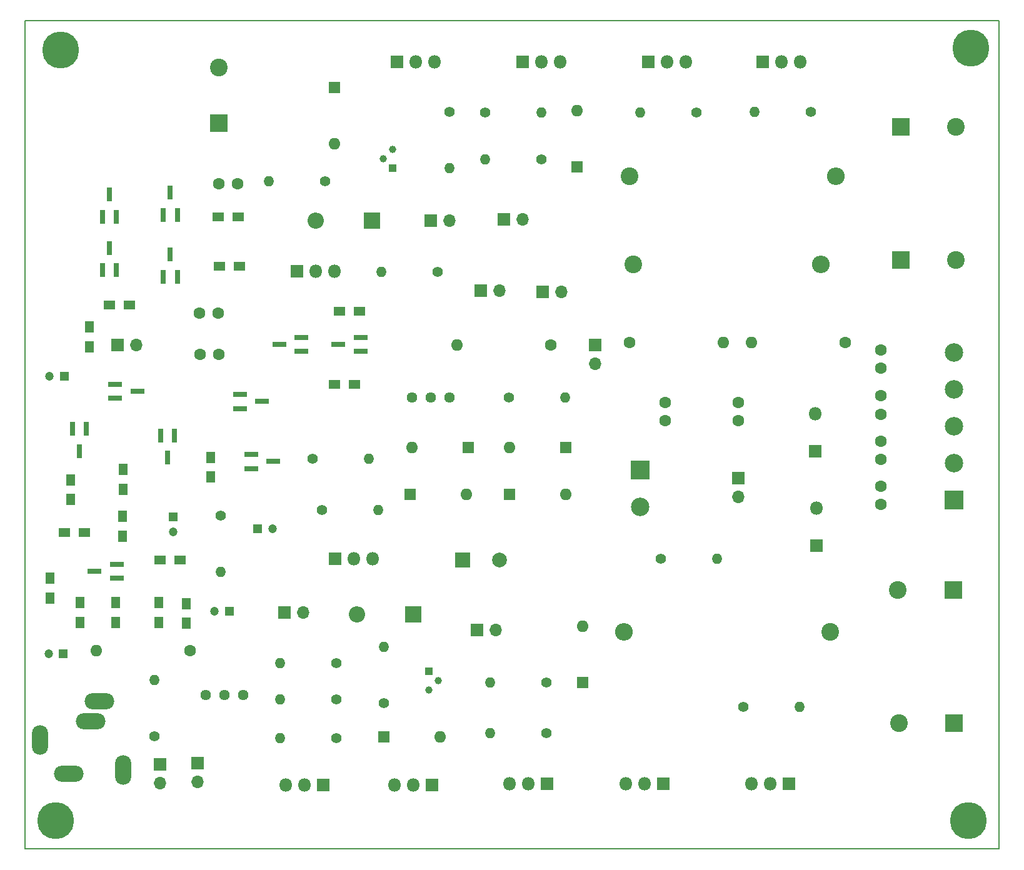
<source format=gbr>
G04 #@! TF.FileFunction,Copper,L1,Top,Mixed*
%FSLAX46Y46*%
G04 Gerber Fmt 4.6, Leading zero omitted, Abs format (unit mm)*
G04 Created by KiCad (PCBNEW 4.0.7) date 06/25/19 11:17:45*
%MOMM*%
%LPD*%
G01*
G04 APERTURE LIST*
%ADD10C,0.100000*%
%ADD11C,0.150000*%
%ADD12R,1.200000X1.200000*%
%ADD13C,1.200000*%
%ADD14C,1.600000*%
%ADD15R,2.000000X2.000000*%
%ADD16C,2.000000*%
%ADD17R,2.400000X2.400000*%
%ADD18C,2.400000*%
%ADD19R,1.600000X1.600000*%
%ADD20O,1.600000X1.600000*%
%ADD21R,2.200000X2.200000*%
%ADD22O,2.200000X2.200000*%
%ADD23R,1.800000X1.800000*%
%ADD24O,1.800000X1.800000*%
%ADD25R,1.700000X1.700000*%
%ADD26O,1.700000X1.700000*%
%ADD27R,2.500000X2.500000*%
%ADD28C,2.500000*%
%ADD29C,1.440000*%
%ADD30R,1.900000X0.800000*%
%ADD31R,0.800000X1.900000*%
%ADD32C,1.000000*%
%ADD33R,1.000000X1.000000*%
%ADD34C,1.400000*%
%ADD35O,1.400000X1.400000*%
%ADD36R,1.300000X1.500000*%
%ADD37R,1.500000X1.300000*%
%ADD38O,4.000000X2.200000*%
%ADD39O,2.200000X4.000000*%
%ADD40O,2.400000X2.400000*%
%ADD41C,5.000000*%
G04 APERTURE END LIST*
D10*
D11*
X54864000Y-27432000D02*
X186817000Y-27432000D01*
X54864000Y-139573000D02*
X54864000Y-27432000D01*
X56007000Y-139573000D02*
X54864000Y-139573000D01*
X186817000Y-139573000D02*
X56007000Y-139573000D01*
X186817000Y-27432000D02*
X186817000Y-139573000D01*
D12*
X60071000Y-113157000D03*
D13*
X58071000Y-113157000D03*
D14*
X78613000Y-72644000D03*
X81113000Y-72644000D03*
D12*
X60198000Y-75565000D03*
D13*
X58198000Y-75565000D03*
D12*
X74930000Y-94615000D03*
D13*
X74930000Y-96615000D03*
D12*
X86360000Y-96266000D03*
D13*
X88360000Y-96266000D03*
D14*
X170815000Y-92964000D03*
X170815000Y-90464000D03*
X81153000Y-49530000D03*
X83653000Y-49530000D03*
D15*
X114173000Y-100457000D03*
D16*
X119173000Y-100457000D03*
D14*
X81026000Y-67056000D03*
X78526000Y-67056000D03*
D17*
X81153000Y-41275000D03*
D18*
X81153000Y-33775000D03*
D14*
X170815000Y-72009000D03*
X170815000Y-74509000D03*
D12*
X82550000Y-107442000D03*
D13*
X80550000Y-107442000D03*
D17*
X180594000Y-104521000D03*
D18*
X173094000Y-104521000D03*
D17*
X173482000Y-59817000D03*
D18*
X180982000Y-59817000D03*
D14*
X141605000Y-79121000D03*
X141605000Y-81621000D03*
D17*
X180721000Y-122555000D03*
D18*
X173221000Y-122555000D03*
D17*
X173482000Y-41783000D03*
D18*
X180982000Y-41783000D03*
D14*
X151511000Y-79121000D03*
X151511000Y-81621000D03*
X170815000Y-86868000D03*
X170815000Y-84368000D03*
X170815000Y-78232000D03*
X170815000Y-80732000D03*
D19*
X114935000Y-85217000D03*
D20*
X107315000Y-85217000D03*
D19*
X128143000Y-85217000D03*
D20*
X120523000Y-85217000D03*
D19*
X107061000Y-91567000D03*
D20*
X114681000Y-91567000D03*
D19*
X120523000Y-91567000D03*
D20*
X128143000Y-91567000D03*
D21*
X107442000Y-107823000D03*
D22*
X99822000Y-107823000D03*
D21*
X101854000Y-54483000D03*
D22*
X94234000Y-54483000D03*
D19*
X129667000Y-47244000D03*
D20*
X129667000Y-39624000D03*
D19*
X130429000Y-117094000D03*
D20*
X130429000Y-109474000D03*
D23*
X162052000Y-98552000D03*
D24*
X162052000Y-93472000D03*
D23*
X161925000Y-85725000D03*
D24*
X161925000Y-80645000D03*
D19*
X103505000Y-124460000D03*
D20*
X111125000Y-124460000D03*
D19*
X96774000Y-36449000D03*
D20*
X96774000Y-44069000D03*
D25*
X78232000Y-128016000D03*
D26*
X78232000Y-130556000D03*
D27*
X138176000Y-88265000D03*
D28*
X138176000Y-93265000D03*
X180721000Y-72329000D03*
X180721000Y-77329000D03*
X180721000Y-82329000D03*
D27*
X180721000Y-92329000D03*
D28*
X180721000Y-87329000D03*
D25*
X73152000Y-128143000D03*
D26*
X73152000Y-130683000D03*
D25*
X67437000Y-71374000D03*
D26*
X69977000Y-71374000D03*
D25*
X132080000Y-71374000D03*
D26*
X132080000Y-73914000D03*
D25*
X90043000Y-107569000D03*
D26*
X92583000Y-107569000D03*
D29*
X79375000Y-118745000D03*
X81915000Y-118745000D03*
X84455000Y-118745000D03*
X112395000Y-78486000D03*
X109855000Y-78486000D03*
X107315000Y-78486000D03*
D30*
X83971000Y-78044000D03*
X83971000Y-79944000D03*
X86971000Y-78994000D03*
X67080000Y-76647000D03*
X67080000Y-78547000D03*
X70080000Y-77597000D03*
D31*
X73599000Y-62079000D03*
X75499000Y-62079000D03*
X74549000Y-59079000D03*
X73599000Y-53697000D03*
X75499000Y-53697000D03*
X74549000Y-50697000D03*
D30*
X67286000Y-102931000D03*
X67286000Y-101031000D03*
X64286000Y-101981000D03*
X85495000Y-86172000D03*
X85495000Y-88072000D03*
X88495000Y-87122000D03*
X100306000Y-72197000D03*
X100306000Y-70297000D03*
X97306000Y-71247000D03*
X92305000Y-72197000D03*
X92305000Y-70297000D03*
X89305000Y-71247000D03*
D23*
X158369000Y-130810000D03*
D24*
X155829000Y-130810000D03*
X153289000Y-130810000D03*
D23*
X141351000Y-130810000D03*
D24*
X138811000Y-130810000D03*
X136271000Y-130810000D03*
D23*
X154813000Y-33020000D03*
D24*
X157353000Y-33020000D03*
X159893000Y-33020000D03*
D23*
X139319000Y-33020000D03*
D24*
X141859000Y-33020000D03*
X144399000Y-33020000D03*
D31*
X65344000Y-61190000D03*
X67244000Y-61190000D03*
X66294000Y-58190000D03*
X65344000Y-53951000D03*
X67244000Y-53951000D03*
X66294000Y-50951000D03*
X75118000Y-83590000D03*
X73218000Y-83590000D03*
X74168000Y-86590000D03*
X63180000Y-82701000D03*
X61280000Y-82701000D03*
X62230000Y-85701000D03*
D32*
X110871000Y-116840000D03*
X109601000Y-118110000D03*
D33*
X109601000Y-115570000D03*
D32*
X103378000Y-46101000D03*
X104648000Y-44831000D03*
D33*
X104648000Y-47371000D03*
D34*
X72390000Y-124333000D03*
D35*
X72390000Y-116713000D03*
D14*
X77216000Y-112776000D03*
D20*
X64516000Y-112776000D03*
D36*
X68199000Y-90885000D03*
X68199000Y-88185000D03*
D37*
X81200000Y-60706000D03*
X83900000Y-60706000D03*
D36*
X61087000Y-92282000D03*
X61087000Y-89582000D03*
D37*
X81073000Y-53975000D03*
X83773000Y-53975000D03*
D36*
X58293000Y-102917000D03*
X58293000Y-105617000D03*
X68072000Y-94535000D03*
X68072000Y-97235000D03*
D37*
X62945000Y-96774000D03*
X60245000Y-96774000D03*
X75899000Y-100457000D03*
X73199000Y-100457000D03*
D34*
X93853000Y-86741000D03*
D35*
X101473000Y-86741000D03*
D34*
X95123000Y-93726000D03*
D35*
X102743000Y-93726000D03*
D34*
X120396000Y-78486000D03*
D35*
X128016000Y-78486000D03*
D14*
X126111000Y-71374000D03*
D20*
X113411000Y-71374000D03*
D36*
X80010000Y-89234000D03*
X80010000Y-86534000D03*
D34*
X81407000Y-94488000D03*
D35*
X81407000Y-102108000D03*
D14*
X136779000Y-70993000D03*
D20*
X149479000Y-70993000D03*
D34*
X140970000Y-100330000D03*
D35*
X148590000Y-100330000D03*
D34*
X97028000Y-119380000D03*
D35*
X89408000Y-119380000D03*
D34*
X97028000Y-124587000D03*
D35*
X89408000Y-124587000D03*
D34*
X97028000Y-114427000D03*
D35*
X89408000Y-114427000D03*
D37*
X96821000Y-76708000D03*
X99521000Y-76708000D03*
X97456000Y-66802000D03*
X100156000Y-66802000D03*
D34*
X110744000Y-61468000D03*
D35*
X103124000Y-61468000D03*
D34*
X95504000Y-49149000D03*
D35*
X87884000Y-49149000D03*
D34*
X103505000Y-119888000D03*
D35*
X103505000Y-112268000D03*
D34*
X112395000Y-39751000D03*
D35*
X112395000Y-47371000D03*
D34*
X125476000Y-117094000D03*
D35*
X117856000Y-117094000D03*
D34*
X124841000Y-46228000D03*
D35*
X117221000Y-46228000D03*
D34*
X161290000Y-39751000D03*
D35*
X153670000Y-39751000D03*
D34*
X152146000Y-120396000D03*
D35*
X159766000Y-120396000D03*
D34*
X145796000Y-39878000D03*
D35*
X138176000Y-39878000D03*
D37*
X69041000Y-65913000D03*
X66341000Y-65913000D03*
D14*
X165989000Y-70993000D03*
D20*
X153289000Y-70993000D03*
D36*
X63627000Y-71581000D03*
X63627000Y-68881000D03*
D34*
X125476000Y-123952000D03*
D35*
X117856000Y-123952000D03*
D34*
X117221000Y-39878000D03*
D35*
X124841000Y-39878000D03*
D38*
X60833000Y-129413000D03*
D39*
X68133000Y-128913000D03*
D38*
X63733000Y-122313000D03*
X64933000Y-119613000D03*
D39*
X56933000Y-124813000D03*
D25*
X151511000Y-89408000D03*
D26*
X151511000Y-91948000D03*
D25*
X109855000Y-54483000D03*
D26*
X112395000Y-54483000D03*
D25*
X119761000Y-54356000D03*
D26*
X122301000Y-54356000D03*
D25*
X116078000Y-109982000D03*
D26*
X118618000Y-109982000D03*
D18*
X137287000Y-60452000D03*
D40*
X162687000Y-60452000D03*
D36*
X76708000Y-109046000D03*
X76708000Y-106346000D03*
X62357000Y-106219000D03*
X62357000Y-108919000D03*
D25*
X124968000Y-64135000D03*
D26*
X127508000Y-64135000D03*
D23*
X91694000Y-61341000D03*
D24*
X94234000Y-61341000D03*
X96774000Y-61341000D03*
D23*
X109982000Y-130937000D03*
D24*
X107442000Y-130937000D03*
X104902000Y-130937000D03*
D23*
X105283000Y-33020000D03*
D24*
X107823000Y-33020000D03*
X110363000Y-33020000D03*
D23*
X125603000Y-130810000D03*
D24*
X123063000Y-130810000D03*
X120523000Y-130810000D03*
D23*
X122301000Y-33020000D03*
D24*
X124841000Y-33020000D03*
X127381000Y-33020000D03*
D36*
X73025000Y-108919000D03*
X73025000Y-106219000D03*
X67183000Y-106219000D03*
X67183000Y-108919000D03*
D25*
X116586000Y-64008000D03*
D26*
X119126000Y-64008000D03*
D18*
X136779000Y-48514000D03*
D40*
X164719000Y-48514000D03*
D18*
X163957000Y-110236000D03*
D40*
X136017000Y-110236000D03*
D41*
X59690000Y-31369000D03*
X183007000Y-31115000D03*
X59055000Y-135763000D03*
X182626000Y-135763000D03*
D23*
X96901000Y-100330000D03*
D24*
X99441000Y-100330000D03*
X101981000Y-100330000D03*
D23*
X95250000Y-130937000D03*
D24*
X92710000Y-130937000D03*
X90170000Y-130937000D03*
M02*

</source>
